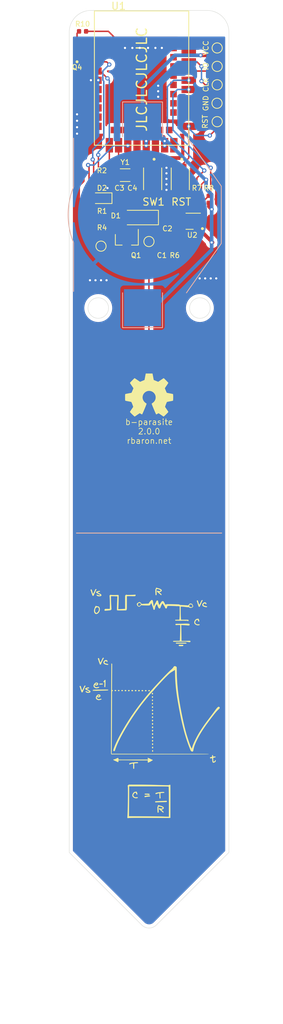
<source format=kicad_pcb>
(kicad_pcb (version 20211014) (generator pcbnew)
  (title_block (title "b-parasite") (date "2021-09-12") (rev "1.2.0") (company "rbaron.net"))
  (layers (0 "F.Cu" signal) (31 "B.Cu" signal) (34 "B.Paste" user) (35 "F.Paste" user) (36 "B.SilkS" user "B.Silkscreen") (37 "F.SilkS" user "F.Silkscreen") (38 "B.Mask" user) (39 "F.Mask" user) (44 "Edge.Cuts" user))
  (net 0 "")
  (net 1 "GND")
  (net 2 "SENS_OUT")
  (net 3 "Net-(C3-Pad2)")
  (net 4 "Net-(C4-Pad1)")
  (net 5 "Net-(D2-Pad2)")
  (net 6 "+3V0")
  (net 7 "CPARA")
  (net 8 "Net-(Q1-Pad2)")
  (net 9 "PHOTO_V")
  (net 10 "PHOTO_OUT")
  (net 11 "PWM")
  (net 12 "LED")
  (net 13 "SDA")
  (net 14 "SCL")
  (net 15 "RST")
  (net 16 "BTN1")
  (net 17 "SWDIO")
  (net 18 "SWDCLK")
  (footprint "Capacitor_SMD:C_0402_1005Metric" (layer "F.Cu") (at 69.762 59.069 -90)
    (fp_text reference "C1" (at 1.674 0) (layer "F.SilkS") (effects (font (size 0.7 0.7) (thickness 0.12))))
    (fp_text value "1n")
    (pad "1" smd roundrect locked (at -0.485 0 270) (size 0.59 0.64) (layers "F.Cu" "F.Paste" "F.Mask") (net 2 "SENS_OUT"))
    (pad "2" smd roundrect locked (at 0.485 0 270) (size 0.59 0.64) (layers "F.Cu" "F.Paste" "F.Mask") (net 1 "GND"))
  )
  (footprint "Resistor_SMD:R_0402_1005Metric" (layer "F.Cu") (at 71.54 59.069 -90)
    (fp_text reference "R6" (at 1.674 0) (layer "F.SilkS") (effects (font (size 0.7 0.7) (thickness 0.12))))
    (fp_text value "1M")
    (pad "1" smd roundrect locked (at -0.485 0 270) (size 0.59 0.64) (layers "F.Cu" "F.Paste" "F.Mask") (net 2 "SENS_OUT"))
    (pad "2" smd roundrect locked (at 0.485 0 270) (size 0.59 0.64) (layers "F.Cu" "F.Paste" "F.Mask") (net 1 "GND"))
  )
  (footprint "Resistor_SMD:R_0402_1005Metric" (layer "F.Cu") (at 61.53 57.822 180)
    (fp_text reference "R4" (at 0.015 0.9) (layer "F.SilkS") (effects (font (size 0.7 0.7) (thickness 0.12))))
    (fp_text value "10k")
    (pad "1" smd roundrect locked (at -0.485 0 180) (size 0.59 0.64) (layers "F.Cu" "F.Paste" "F.Mask") (net 8 "Net-(Q1-Pad2)"))
    (pad "2" smd roundrect locked (at 0.485 0 180) (size 0.59 0.64) (layers "F.Cu" "F.Paste" "F.Mask") (net 11 "PWM"))
  )
  (footprint "Package_TO_SOT_SMD:SOT-23" (layer "F.Cu") (at 64.936 58.568 -90)
    (fp_text reference "Q1" (at 2.175 -1.27) (layer "F.SilkS") (effects (font (size 0.7 0.7) (thickness 0.12))))
    (fp_text value "2N3906")
    (pad "1" smd rect locked (at -1 -0.95 270) (size 0.9 0.8) (layers "F.Cu" "F.Paste" "F.Mask") (net 7 "CPARA"))
    (pad "2" smd rect locked (at -1 0.95 270) (size 0.9 0.8) (layers "F.Cu" "F.Paste" "F.Mask") (net 8 "Net-(Q1-Pad2)"))
    (pad "3" smd rect locked (at 1 0 270) (size 0.9 0.8) (layers "F.Cu" "F.Paste" "F.Mask") (net 1 "GND"))
  )
  (footprint "Resistor_SMD:R_0402_1005Metric" (layer "F.Cu") (at 61.53 55.663)
    (fp_text reference "R1" (at 0 -1.016) (layer "F.SilkS") (effects (font (size 0.7 0.7) (thickness 0.12))))
    (fp_text value "10k")
    (pad "1" smd roundrect locked (at -0.485 0) (size 0.59 0.64) (layers "F.Cu" "F.Paste" "F.Mask") (net 11 "PWM"))
    (pad "2" smd roundrect locked (at 0.485 0) (size 0.59 0.64) (layers "F.Cu" "F.Paste" "F.Mask") (net 7 "CPARA"))
  )
  (footprint "TestPoint:TestPoint_Pad_D1.0mm" (layer "F.Cu") (at 77.382 34.708 -90)
    (fp_text reference "TP1" hide)
    (fp_text value "IO" (at 0 1.55 90) (layer "F.SilkS") (effects (font (size 0.7 0.7) (thickness 0.12))))
    (pad "1" smd circle locked (at 0 0 270) (size 1 1) (layers "F.Cu" "F.Mask") (net 17 "SWDIO"))
  )
  (footprint "TestPoint:TestPoint_Pad_D1.0mm" (layer "F.Cu") (at 77.382 37.248 -90)
    (fp_text reference "TP2" hide)
    (fp_text value "CLK" (at 0 1.55 90) (layer "F.SilkS") (effects (font (size 0.7 0.7) (thickness 0.12))))
    (pad "1" smd circle locked (at 0 0 270) (size 1 1) (layers "F.Cu" "F.Mask") (net 18 "SWDCLK"))
  )
  (footprint "TestPoint:TestPoint_Pad_D1.0mm" (layer "F.Cu") (at 67.984 58.838 180)
    (fp_text reference "TP5" hide)
    (fp_text value "CPARA" hide)
    (pad "1" smd circle locked (at 0 0 180) (size 1 1) (layers "F.Cu" "F.Mask") (net 7 "CPARA"))
  )
  (footprint "TestPoint:TestPoint_Pad_D1.0mm" (layer "F.Cu") (at 61.38 59.473 180)
    (fp_text reference "TP6" hide)
    (fp_text value "PWM" hide)
    (pad "1" smd circle locked (at 0 0 180) (size 1 1) (layers "F.Cu" "F.Mask") (net 11 "PWM"))
  )
  (footprint "Resistor_SMD:R_0402_1005Metric" (layer "F.Cu") (at 61.507 50.202 180)
    (fp_text reference "R2" (at 0 1.143 180) (layer "F.SilkS") (effects (font (size 0.7 0.7) (thickness 0.12))))
    (fp_text value "1k" hide)
    (pad "1" smd roundrect locked (at -0.485 0 180) (size 0.59 0.64) (layers "F.Cu" "F.Paste" "F.Mask") (net 5 "Net-(D2-Pad2)"))
    (pad "2" smd roundrect locked (at 0.485 0 180) (size 0.59 0.64) (layers "F.Cu" "F.Paste" "F.Mask") (net 12 "LED"))
  )
  (footprint "Capacitor_SMD:C_0402_1005Metric" (layer "F.Cu") (at 70.524 55.432 90)
    (fp_text reference "C2" (at -1.628 0) (layer "F.SilkS") (effects (font (size 0.7 0.7) (thickness 0.12))))
    (fp_text value "100n")
    (pad "1" smd roundrect locked (at -0.485 0 90) (size 0.59 0.64) (layers "F.Cu" "F.Paste" "F.Mask") (net 6 "+3V0"))
    (pad "2" smd roundrect locked (at 0.485 0 90) (size 0.59 0.64) (layers "F.Cu" "F.Paste" "F.Mask") (net 1 "GND"))
  )
  (footprint "Crystal:Crystal_SMD_3215-2Pin_3.2x1.5mm" (layer "F.Cu") (at 64.702 49.694)
    (fp_text reference "Y1" (at 0 -1.778) (layer "F.SilkS") (effects (font (size 0.7 0.7) (thickness 0.12))))
    (fp_text value "32.768kHz")
    (pad "1" smd rect locked (at 1.25 0) (size 1 1.8) (layers "F.Cu" "F.Paste" "F.Mask") (net 4 "Net-(C4-Pad1)"))
    (pad "2" smd rect locked (at -1.25 0) (size 1 1.8) (layers "F.Cu" "F.Paste" "F.Mask") (net 3 "Net-(C3-Pad2)"))
  )
  (footprint "LED_SMD:LED_0603_1608Metric" (layer "F.Cu") (at 61.4055 52.869 180)
    (fp_text reference "D2" (at -0.1015 1.397 180) (layer "F.SilkS") (effects (font (size 0.7 0.7) (thickness 0.12))))
    (fp_text value "LED")
    (pad "1" smd roundrect locked (at -0.7875 0 180) (size 0.875 0.95) (layers "F.Cu" "F.Paste" "F.Mask") (net 1 "GND"))
    (pad "2" smd roundrect locked (at 0.7875 0 180) (size 0.875 0.95) (layers "F.Cu" "F.Paste" "F.Mask") (net 5 "Net-(D2-Pad2)"))
  )
  (footprint "Capacitor_SMD:C_0402_1005Metric" (layer "F.Cu") (at 65.698 53.019 -90)
    (fp_text reference "C4" (at -1.547 0) (layer "F.SilkS") (effects (font (size 0.7 0.7) (thickness 0.12))))
    (fp_text value "12p")
    (pad "1" smd roundrect locked (at -0.485 0 270) (size 0.59 0.64) (layers "F.Cu" "F.Paste" "F.Mask") (net 4 "Net-(C4-Pad1)"))
    (pad "2" smd roundrect locked (at 0.485 0 270) (size 0.59 0.64) (layers "F.Cu" "F.Paste" "F.Mask") (net 1 "GND"))
  )
  (footprint "Capacitor_SMD:C_0402_1005Metric" (layer "F.Cu") (at 63.92 52.996 90)
    (fp_text reference "C3" (at 1.524 0) (layer "F.SilkS") (effects (font (size 0.7 0.7) (thickness 0.12))))
    (fp_text value "12p")
    (pad "1" smd roundrect locked (at -0.485 0 90) (size 0.59 0.64) (layers "F.Cu" "F.Paste" "F.Mask") (net 1 "GND"))
    (pad "2" smd roundrect locked (at 0.485 0 90) (size 0.59 0.64) (layers "F.Cu" "F.Paste" "F.Mask") (net 3 "Net-(C3-Pad2)"))
  )
  (footprint "Resistor_SMD:R_0402_1005Metric" (layer "F.Cu") (at 74.588 53.019 -90)
    (fp_text reference "R7" (at -1.547 0) (layer "F.SilkS") (effects (font (size 0.7 0.7) (thickness 0.12))))
    (fp_text value "10k")
    (pad "1" smd roundrect locked (at -0.485 0 270) (size 0.59 0.64) (layers "F.Cu" "F.Paste" "F.Mask") (net 13 "SDA"))
    (pad "2" smd roundrect locked (at 0.485 0 270) (size 0.59 0.64) (layers "F.Cu" "F.Paste" "F.Mask") (net 6 "+3V0"))
  )
  (footprint "Resistor_SMD:R_0402_1005Metric" (layer "F.Cu") (at 76.239 53.019 90)
    (fp_text reference "R8" (at 1.547 0) (layer "F.SilkS") (effects (font (size 0.7 0.7) (thickness 0.12))))
    (fp_text value "10k")
    (pad "1" smd roundrect locked (at -0.485 0 90) (size 0.59 0.64) (layers "F.Cu" "F.Paste" "F.Mask") (net 6 "+3V0"))
    (pad "2" smd roundrect locked (at 0.485 0 90) (size 0.59 0.64) (layers "F.Cu" "F.Paste" "F.Mask") (net 14 "SCL"))
  )
  (footprint "kicad:Sensirion_DFN-4-1EP_2x2mm_P1mm_EP0.7x1.6mm" (layer "F.Cu") (at 74.08 56.044 180)
    (fp_text reference "U2" (at 0.127 -1.905) (layer "F.SilkS") (effects (font (size 0.7 0.7) (thickness 0.12))))
    (fp_text value "SHTC3")
    (pad "1" smd roundrect locked (at -0.925 -0.5 180) (size 0.55 0.35) (layers "F.Cu" "F.Mask") (net 6 "+3V0"))
    (pad "2" smd roundrect locked (at -0.925 0.5 180) (size 0.55 0.35) (layers "F.Cu" "F.Mask") (net 14 "SCL"))
    (pad "3" smd roundrect locked (at 0.925 0.5 180) (size 0.55 0.35) (layers "F.Cu" "F.Mask") (net 13 "SDA"))
    (pad "4" smd roundrect locked (at 0.925 -0.5 180) (size 0.55 0.35) (layers "F.Cu" "F.Mask") (net 1 "GND"))
    (pad "5" smd roundrect locked (at 0 0 180) (size 0.7 1.6) (layers "F.Cu" "F.Mask"))
  )
  (footprint "Diode_SMD:D_MiniMELF" (layer "F.Cu") (at 66.742 55.536 180)
    (fp_text reference "D1" (at 3.33 0.254 180) (layer "F.SilkS") (effects (font (size 0.7 0.7) (thickness 0.12))))
    (fp_text value "LL4148")
    (pad "1" smd rect locked (at -1.75 0 180) (size 1.3 1.7) (layers "F.Cu" "F.Paste" "F.Mask") (net 2 "SENS_OUT"))
    (pad "2" smd rect locked (at 1.75 0 180) (size 1.3 1.7) (layers "F.Cu" "F.Paste" "F.Mask") (net 7 "CPARA"))
  )
  (footprint "Symbol:OSHW-Symbol_6.7x6mm_SilkScreen" (layer "F.Cu") (at 68 80)
    (fp_text reference "REF**" hide)
    (fp_text value "OSHW-Symbol_6.7x6mm_SilkScreen" hide)
  )
  (footprint "TestPoint:TestPoint_Pad_D1.0mm" (layer "F.Cu") (at 77.382 42.328 -90)
    (fp_text reference "TP4" hide)
    (fp_text value "RST" (at 0 1.66 90) (layer "F.SilkS") (effects (font (size 0.7 0.7) (thickness 0.12))))
    (pad "1" smd circle locked (at 0 0 270) (size 1 1) (layers "F.Cu" "F.Mask") (net 15 "RST"))
  )
  (footprint "snapeda:E73-2G4M08S1C" (layer "F.Cu") (at 66.968 36.57255)
    (fp_text reference "U1" (at -3.175 -10.16) (layer "F.SilkS"))
    (fp_text value "E73-2G4M08S1C")
    (pad "1" smd rect (at -6.5 -5.03) (size 2 1) (layers "F.Cu" "F.Paste" "F.Mask"))
    (pad "2" smd rect (at -6.5 -3.76) (size 2 1) (layers "F.Cu" "F.Paste" "F.Mask"))
    (pad "3" smd rect (at -6.5 -2.49) (size 2 1) (layers "F.Cu" "F.Paste" "F.Mask") (net 2 "SENS_OUT"))
    (pad "4" smd rect (at -6.5 -1.22) (size 2 1) (layers "F.Cu" "F.Paste" "F.Mask") (net 12 "LED"))
    (pad "5" smd rect (at -6.5 0.05) (size 2 1) (layers "F.Cu" "F.Paste" "F.Mask") (net 1 "GND"))
    (pad "6" smd rect (at -6.5 1.32) (size 2 1) (layers "F.Cu" "F.Paste" "F.Mask"))
    (pad "7" smd rect (at -6.5 2.59) (size 2 1) (layers "F.Cu" "F.Paste" "F.Mask") (net 10 "PHOTO_OUT"))
    (pad "8" smd rect (at -6.5 3.86) (size 2 1) (layers "F.Cu" "F.Paste" "F.Mask") (net 9 "PHOTO_V"))
    (pad "9" smd rect (at -6.5 5.13) (size 2 1) (layers "F.Cu" "F.Paste" "F.Mask"))
    (pad "10" smd rect (at -6.5 6.4) (size 2 1) (layers "F.Cu" "F.Paste" "F.Mask"))
    (pad "11" smd rect (at -4.44 9) (size 1 2) (layers "F.Cu" "F.Paste" "F.Mask") (net 3 "Net-(C3-Pad2)"))
    (pad "12" smd rect (at -3.81 6.9) (size 0.9 0.9) (layers "F.Cu" "F.Paste" "F.Mask"))
    (pad "13" smd rect (at -3.17 9) (size 1 2) (layers "F.Cu" "F.Paste" "F.Mask") (net 4 "Net-(C4-Pad1)"))
    (pad "14" smd rect (at -2.54 6.9) (size 0.9 0.9) (layers "F.Cu" "F.Paste" "F.Mask"))
    (pad "15" smd rect (at -1.9 9) (size 1 2) (layers "F.Cu" "F.Paste" "F.Mask") (net 11 "PWM"))
    (pad "16" smd rect (at -1.27 6.9) (size 0.9 0.9) (layers "F.Cu" "F.Paste" "F.Mask"))
    (pad "17" smd rect (at -0.63 9) (size 1 2) (layers "F.Cu" "F.Paste" "F.Mask") (net 16 "BTN1"))
    (pad "18" smd rect (at 0 6.9) (size 0.9 0.9) (layers "F.Cu" "F.Paste" "F.Mask"))
    (pad "19" smd rect (at 0.64 9) (size 1 2) (layers "F.Cu" "F.Paste" "F.Mask") (net 6 "+3V0"))
    (pad "20" smd rect (at 1.27 6.9) (size 0.9 0.9) (layers "F.Cu" "F.Paste" "F.Mask"))
    (pad "21" smd rect (at 1.91 9) (size 1 2) (layers "F.Cu" "F.Paste" "F.Mask") (net 1 "GND"))
    (pad "22" smd rect (at 2.54 6.9) (size 0.9 0.9) (layers "F.Cu" "F.Paste" "F.Mask"))
    (pad "23" smd rect (at 3.18 9) (size 1 2) (layers "F.Cu" "F.Paste" "F.Mask") (net 6 "+3V0"))
    (pad "24" smd rect (at 3.81 6.9) (size 0.9 0.9) (layers "F.Cu" "F.Paste" "F.Mask"))
    (pad "25" smd rect (at 4.45 9) (size 1 2) (layers "F.Cu" "F.Paste" "F.Mask"))
    (pad "26" smd rect (at 6.5 6.4) (size 2 1) (layers "F.Cu" "F.Paste" "F.Mask") (net 15 "RST"))
    (pad "27" smd rect (at 6.5 5.13) (size 2 1) (layers "F.Cu" "F.Paste" "F.Mask"))
    (pad "28" smd rect (at 4.4 4.495) (size 0.9 0.9) (layers "F.Cu" "F.Paste" "F.Mask"))
    (pad "29" smd rect (at 6.5 3.86) (size 2 1) (layers "F.Cu" "F.Paste" "F.Mask"))
    (pad "30" smd rect (at 4.4 3.225) (size 0.9 0.9) (layers "F.Cu" "F.Paste" "F.Mask"))
    (pad "31" smd rect (at 6.5 2.59) (size 2 1) (layers "F.Cu" "F.Paste" "F.Mask"))
    (pad "32" smd rect (at 4.4 1.955) (size 0.9 0.9) (layers "F.Cu" "F.Paste" "F.Mask"))
    (pad "33" smd rect (at 6.5 1.32) (size 2 1) (layers "F.Cu" "F.Paste" "F.Mask") (net 14 "SCL"))
    (pad "34" smd rect (at 4.4 0.685) (size 0.9 0.9) (layers "F.Cu" "F.Paste" "F.Mask"))
    (pad "35" smd rect (at 6.5 0.05) (size 2 1) (layers "F.Cu" "F.Paste" "F.Mask") (net 13 "SDA"))
    (pad "36" smd rect (at 4.4 -0.585) (size 0.9 0.9) (layers "F.Cu" "F.Paste" "F.Mask"))
    (pad "37" smd rect (at 6.5 -1.22) (size 2 1) (layers "F.Cu" "F.Paste" "F.Mask") (net 17 "SWDIO"))
    (pad "38" smd rect (at 4.4 -1.855) (size 0.9 0.9) (layers "F.Cu" "F.Paste" "F.Mask"))
    (pad "39" smd rect (at 6.5 -2.49) (size 2 1) (layers "F.Cu" "F.Paste" "F.Mask") (net 18 "SWDCLK"))
    (pad "40" smd rect (at 4.4 -3.125) (size 0.9 0.9) (layers "F.Cu" "F.Paste" "F.Mask"))
    (pad "41" smd rect (at 6.5 -3.76) (size 2 1) (layers "F.Cu" "F.Paste" "F.Mask"))
    (pad "42" smd rect (at 4.4 -4.395) (size 0.9 0.9) (layers "F.Cu" "F.Paste" "F.Mask"))
    (pad "43" smd rect (at 6.5 -5.03) (size 2 1) (layers "F.Cu" "F.Paste" "F.Mask"))
  )
  (footprint "Resistor_SMD:R_0402_1005Metric" (layer "F.Cu") (at 58.84 29.882 180)
    (fp_text reference "R10" (at 0 1.016) (layer "F.SilkS") (effects (font (size 0.7 0.7) (thickness 0.12))))
    (fp_text value "470")
    (pad "1" smd roundrect locked (at -0.485 0 180) (size 0.59 0.64) (layers "F.Cu" "F.Paste" "F.Mask") (net 1 "GND"))
    (pad "2" smd roundrect locked (at 0.485 0 180) (size 0.59 0.64) (layers "F.Cu" "F.Paste" "F.Mask") (net 10 "PHOTO_OUT"))
  )
  (footprint "snapeda:TR8" (layer "F.Cu") (at 58.078 32.676 90)
    (fp_text reference "Q4" (at -2.159 0 180) (layer "F.SilkS") (effects (font (size 0.7 0.7) (thickness 0.12))))
    (fp_text value "Q_Photo_NPN")
    (pad "1" smd rect (at -0.75 0 90) (size 0.8 0.8) (layers "F.Cu" "F.Paste" "F.Mask") (net 9 "PHOTO_V"))
    (pad "2" smd rect (at 0.75 0 90) (size 0.8 0.8) (layers "F.Cu" "F.Paste" "F.Mask") (net 10 "PHOTO_OUT"))
  )
  (footprint "TestPoint:TestPoint_Pad_D1.0mm" (layer "F.Cu") (at 77.382 32.168 -90)
    (fp_text reference "TP7" hide)
    (fp_text value "VCC" (at 0 1.55 90) (layer "F.SilkS") (effects (font (size 0.7 0.7) (thickness 0.12))))
    (pad "1" smd circle locked (at 0 0 270) (size 1 1) (layers "F.Cu" "F.Mask") (net 6 "+3V0"))
  )
  (footprint "snapeda:SW_B3U-1000P" (layer "F.Cu") (at 68.492 50.202 -90)
    (fp_text reference "SW1" (at 3.175 -0.127) (layer "F.SilkS"))
    (fp_text value "B3U-1000P")
    (pad "1" smd rect locked (at -1.7 0) (size 1.7 0.8) (layers "F.Cu" "F.Paste" "F.Mask") (net 16 "BTN1"))
    (pad "2" smd rect locked (at 1.7 0) (size 1.7 0.8) (layers "F.Cu" "F.Paste" "F.Mask") (net 1 "GND"))
  )
  (footprint "drawing:circuit_drawing" (layer "F.Cu") (at 67.984 122.211)
    (fp_text reference "G***" hide)
    (fp_text value "LOGO" hide)
  )
  (footprint "snapeda:SW_B3U-1000P" (layer "F.Cu") (at 72.302 50.202 -90)
    (fp_text reference "RST" (at 3.175 -0.127) (layer "F.SilkS"))
    (fp_text value "B3U-1000P")
    (pad "1" smd rect locked (at -1.7 0) (size 1.7 0.8) (layers "F.Cu" "F.Paste" "F.Mask") (net 15 "RST"))
    (pad "2" smd rect locked (at 1.7 0) (size 1.7 0.8) (layers "F.Cu" "F.Paste" "F.Mask") (net 1 "GND"))
  )
  (footprint "TestPoint:TestPoint_Pad_D1.0mm" (layer "F.Cu") (at 77.362 39.788 -90)
    (fp_text reference "TP3" hide)
    (fp_text value "GND" (at 0 1.55 90) (layer "F.SilkS") (effects (font (size 0.7 0.7) (thickness 0.12))))
    (pad "1" smd circle locked (at 0 0 270) (size 1 1) (layers "F.Cu" "F.Mask") (net 1 "GND"))
  )
  (footprint "kicad:BatteryHolder_Keystone_3002_1x2032" (layer "B.Cu") (at 67.1 55.155 -90)
    (fp_text reference "BT1" hide)
    (fp_text value "Battery_Cell")
    (pad "1" smd rect locked (at -12.8 0 270) (size 5.1 5.1) (layers "B.Cu" "B.Paste" "B.Mask") (net 6 "+3V0"))
    (pad "1" smd rect locked (at 12.8 0 270) (size 5.1 5.1) (layers "B.Cu" "B.Paste" "B.Mask") (net 6 "+3V0"))
    (pad "2" smd circle locked (at 0 0 270) (size 17.8 17.8) (layers "B.Cu" "B.Mask") (net 1 "GND"))
  )
  (gr_line (start 58 99) (end 78 99) (layer "B.SilkS") (width 0.12))
  (gr_line (start 58 99) (end 78 99) (layer "F.SilkS") (width 0.12))
  (gr_circle (center 75.35 57.06) (end 75.45 57.06) (layer "F.SilkS") (width 0.2) (fill solid))
  (gr_line (start 60 27) (end 76 27) (layer "Edge.Cuts") (width 0.05))
  (gr_arc (start 68.999999 152.999999) (mid 68 153.414212) (end 67.000001 152.999999) (layer "Edge.Cuts") (width 0.05))
  (gr_line (start 67.000001 152.999999) (end 57 143) (layer "Edge.Cuts") (width 0.05))
  (gr_line (start 68.999999 152.999999) (end 79 143) (layer "Edge.Cuts") (width 0.05))
  (gr_line (start 57 30) (end 57 143) (layer "Edge.Cuts") (width 0.05))
  (gr_line (start 79 143) (end 79 30) (layer "Edge.Cuts") (width 0.05))
  (gr_circle (center 75 68) (end 76 69) (layer "Edge.Cuts") (width 0.05) (fill none))
  (gr_arc (start 57 30) (mid 57.87868 27.87868) (end 60 27) (layer "Edge.Cuts") (width 0.05))
  (gr_circle (center 61 68) (end 62 67) (layer "Edge.Cuts") (width 0.05) (fill none))
  (gr_arc (start 76 27) (mid 78.12132 27.87868) (end 79 30) (layer "Edge.Cuts") (width 0.05))
  (gr_text "b-parasite\n2.0.0\nrbaron.net" (at 68 85) (layer "F.SilkS") (effects (font (size 0.8 0.8) (thickness 0.1))))
  (gr_text "JLCJLCJLCJLC" (at 67 36.5 90) (layer "F.SilkS") (effects (font (size 1.4 1.4) (thickness 0.2))))
  (segment (start 70.397 48.220572) (end 70.397 48.678) (width 0.5) (layer "F.Cu") (net 1))
  (segment (start 73.155 56.544) (end 72.421 56.544) (width 0.5) (layer "F.Cu") (net 1))
  (segment (start 62.193 53.047) (end 62.193 52.869) (width 0.5) (layer "F.Cu") (net 1))
  (segment (start 63.92 53.481) (end 65.675 53.481) (width 0.5) (layer "F.Cu") (net 1))
  (segment (start 62.65 53.504) (end 62.193 53.047) (width 0.5) (layer "F.Cu") (net 1))
  (segment (start 72.421 56.544) (end 70.905 55.028) (width 0.5) (layer "F.Cu") (net 1))
  (segment (start 68.878 45.57255) (end 68.878 46.701572) (width 0.5) (layer "F.Cu") (net 1))
  (segment (start 68.878 46.701572) (end 70.397 48.220572) (width 0.5) (layer "F.Cu") (net 1))
  (segment (start 59.325 29.882) (end 62.396 29.882) (width 0.2) (layer "F.Cu") (net 1))
  (segment (start 63.92 53.481) (end 62.673 53.481) (width 0.5) (layer "F.Cu") (net 1))
  (segment (start 62.673 53.481) (end 62.65 53.504) (width 0.5) (layer "F.Cu") (net 1))
  (segment (start 62.396 29.882) (end 64.682 32.168) (width 0.2) (layer "F.Cu") (net 1))
  (segment (start 65.675 53.481) (end 65.698 53.504) (width 0.2) (layer "F.Cu") (net 1))
  (via (at 60.999 36.613) (size 0.6) (drill 0.3) (layers "F.Cu" "B.Cu") (net 1))
  (via (at 74.969 63.918) (size 0.6) (drill 0.3) (layers "F.Cu" "B.Cu") (net 1))
  (via (at 75.731 63.918) (size 0.6) (drill 0.3) (layers "F.Cu" "B.Cu") (net 1))
  (via (at 60.618 64.172) (size 0.6) (drill 0.3) (layers "F.Cu" "B.Cu") (net 1))
  (via (at 58.078 42.201) (size 0.6) (drill 0.3) (layers "F.Cu" "B.Cu") (net 1))
  (via (at 77.255 63.918) (size 0.6) (drill 0.3) (layers "F.Cu" "B.Cu") (net 1))
  (via (at 64.682 32.168) (size 0.6) (drill 0.3) (layers "F.Cu" "B.Cu") (net 1))
  (via (at 62.269 51.472) (size 0.6) (drill 0.3) (layers "F.Cu" "B.Cu") (net 1))
  (via (at 58.078 43.979) (size 0.6) (drill 0.3) (layers "F.Cu" "B.Cu") (net 1))
  (via (at 70.397 51.726) (size 0.6) (drill 0.3) (layers "F.Cu" "B.Cu") (net 1))
  (via (at 59.983 36.613) (size 0.6) (drill 0.3) (layers "F.Cu" "B.Cu") (net 1))
  (via (at 69.254 38.899) (size 0.6) (drill 0.3) (layers "F.Cu" "B.Cu") (net 1))
  (via (at 76.493 63.918) (size 0.6) (drill 0.3) (layers "F.Cu" "B.Cu") (net 1))
  (via (at 58.078 41.312) (size 0.6) (drill 0.3) (layers "F.Cu" "B.Cu") (net 1))
  (via (at 59.856 64.172) (size 0.6) (drill 0.3) (layers "F.Cu" "B.Cu") (net 1))
  (via (at 70.397 48.678) (size 0.6) (drill 0.3) (layers "F.Cu" "B.Cu") (net 1))
  (via (at 61.38 64.172) (size 0.6) (drill 0.3) (layers "F.Cu" "B.Cu") (net 1))
  (via (at 67.857 32.168) (size 0.6) (drill 0.3) (layers "F.Cu" "B.Cu") (net 1))
  (via (at 68.873 32.168) (size 0.6) (drill 0.3) (layers "F.Cu" "B.Cu") (net 1))
  (via (at 66.714 32.168) (size 0.6) (drill 0.3) (layers "F.Cu" "B.Cu") (net 1))
  (via (at 70.397 50.202) (size 0.6) (drill 0.3) (layers "F.Cu" "B.Cu") (net 1))
  (via (at 65.698 32.168) (size 0.6) (drill 0.3) (layers "F.Cu" "B.Cu") (net 1))
  (via (at 69.254 37.375) (size 0.6) (drill 0.3) (layers "F.Cu" "B.Cu") (net 1))
  (via (at 62.142 64.172) (size 0.6) (drill 0.3) (layers "F.Cu" "B.Cu") (net 1))
  (via (at 70.397 49.44) (size 0.6) (drill 0.3) (layers "F.Cu" "B.Cu") (net 1))
  (via (at 69.762 32.168) (size 0.6) (drill 0.3) (layers "F.Cu" "B.Cu") (net 1))
  (via (at 70.397 50.964) (size 0.6) (drill 0.3) (layers "F.Cu" "B.Cu") (net 1))
  (via (at 58.078 43.09) (size 0.6) (drill 0.3) (layers "F.Cu" "B.Cu") (net 1))
  (via (at 69.254 38.137) (size 0.6) (drill 0.3) (layers "F.Cu" "B.Cu") (net 1))
  (segment (start 68.492 57.314) (end 69.762 58.584) (width 0.2) (layer "F.Cu") (net 2))
  (segment (start 59.602 51.853) (end 60.364 51.091) (width 0.2) (layer "F.Cu") (net 2))
  (segment (start 66.968 55.536) (end 65.53052 54.09852) (width 0.2) (layer "F.Cu") (net 2))
  (segment (start 60.364 51.091) (end 60.364 47.662) (width 0.2) (layer "F.Cu") (net 2))
  (segment (start 59.602 53.631) (end 59.602 51.853) (width 0.2) (layer "F.Cu") (net 2))
  (segment (start 68.492 55.536) (end 68.492 57.314) (width 0.2) (layer "F.Cu") (net 2))
  (segment (start 65.53052 54.09852) (end 60.06952 54.09852) (width 0.2) (layer "F.Cu") (net 2))
  (segment (start 60.364 47.662) (end 60.237 47.535) (width 0.2) (layer "F.Cu") (net 2))
  (segment (start 62.15155 34.08255) (end 60.468 34.08255) (width 0.2) (layer "F.Cu") (net 2))
  (segment (start 69.762 58.584) (end 71.286 58.584) (width 0.2) (layer "F.Cu") (net 2))
  (segment (start 68.492 55.536) (end 66.968 55.536) (width 0.2) (layer "F.Cu") (net 2))
  (segment (start 62.523 34.454) (end 62.15155 34.08255) (width 0.2) (layer "F.Cu") (net 2))
  (segment (start 60.06952 54.09852) (end 59.602 53.631) (width 0.2) (layer "F.Cu") (net 2))
  (via (at 60.237 47.535) (size 0.6) (drill 0.3) (layers "F.Cu" "B.Cu") (net 2))
  (via (at 62.523 34.454) (size 0.6) (drill 0.3) (layers "F.Cu" "B.Cu") (net 2))
  (segment (start 61.634 36.613) (end 61.634 35.343) (width 0.2) (layer "B.Cu") (net 2))
  (segment (start 61.761 44.614) (end 61.761 36.74) (width 0.2) (layer "B.Cu") (net 2))
  (segment (start 60.237 46.138) (end 61.761 44.614) (width 0.2) (layer "B.Cu") (net 2))
  (segment (start 61.634 35.343) (end 62.523 34.454) (width 0.2) (layer "B.Cu") (net 2))
  (segment (start 61.761 36.74) (end 61.634 36.613) (width 0.2) (layer "B.Cu") (net 2))
  (segment (start 60.237 47.535) (end 60.237 46.138) (width 0.2) (layer "B.Cu") (net 2))
  (segment (start 62.528 48.77) (end 62.528 45.57255) (width 0.2) (layer "F.Cu") (net 3))
  (segment (start 63.452 52.043) (end 63.92 52.511) (width 0.2) (layer "F.Cu") (net 3))
  (segment (start 63.452 49.694) (end 63.452 52.043) (width 0.2) (layer "F.Cu") (net 3))
  (segment (start 63.452 49.694) (end 62.528 48.77) (width 0.2) (layer "F.Cu") (net 3))
  (segment (start 65.952 49.694) (end 63.798 47.54) (width 0.2) (layer "F.Cu") (net 4))
  (segment (start 63.798 47.54) (end 63.798 45.57255) (width 0.2) (layer "F.Cu") (net 4))
  (segment (start 65.952 49.694) (end 65.952 52.28) (width 0.2) (layer "F.Cu") (net 4))
  (segment (start 65.952 52.28) (end 65.698 52.534) (width 0.2) (layer "F.Cu") (net 4))
  (segment (start 60.618 51.576) (end 61.992 50.202) (width 0.2) (layer "F.Cu") (net 5))
  (segment (start 60.618 52.869) (end 60.618 51.576) (width 0.2) (layer "F.Cu") (net 5))
  (segment (start 75.35 57.568) (end 75.096 57.568) (width 0.5) (layer "F.Cu") (net 6))
  (segment (start 74.588 53.504) (end 75.20752 52.88448) (width 0.2) (layer "F.Cu") (net 6))
  (segment (start 71.794 57.187) (end 71.794 57.568) (width 0.5) (layer "F.Cu") (net 6))
  (segment (start 71.794 57.568) (end 74.239204 57.568) (width 0.5) (layer "F.Cu") (net 6))
  (segment (start 75.096 57.568) (end 75.096 56.635) (width 0.5) (layer "F.Cu") (net 6))
  (segment (start 67.603 44.37755) (end 67.603 44.995) (width 0.2) (layer "F.Cu") (net 6))
  (segment (start 70.148 44.37255) (end 70.048489 44.273039) (width 0.2) (layer "F.Cu") (net 6))
  (segment (start 70.148 45.57255) (end 70.148 44.37255) (width 0.2) (layer "F.Cu") (net 6))
  (segment (start 76.239 54.012) (end 76.62 54.393) (width 0.5) (layer "F.Cu") (net 6))
  (segment (start 75.20752 52.88448) (end 75.20752 50.97948) (width 0.2) (layer "F.Cu") (net 6))
  (segment (start 76.747 58.965) (end 75.35 57.568) (width 0.5) (layer "F.Cu") (net 6))
  (segment (start 76.366 33.184) (end 77.382 32.168) (width 0.5) (layer "F.Cu") (net 6))
  (segment (start 75.096 57.568) (end 74.239204 57.568) (width 0.5) (layer "F.Cu") (net 6))
  (segment (start 70.524 55.917) (end 71.794 57.187) (width 0.5) (layer "F.Cu") (net 6))
  (segment (start 70.048489 44.273039) (end 67.707511 44.273039) (width 0.2) (layer "F.Cu") (net 6))
  (segment (start 75.20752 50.97948) (end 75.858 50.329) (width 0.2) (layer "F.Cu") (net 6))
  (segment (start 67.707511 44.273039) (end 67.603 44.37755) (width 0.2) (layer "F.Cu") (net 6))
  (segment (start 76.239 53.504) (end 76.239 54.012) (width 0.5) (layer "F.Cu") (net 6))
  (segment (start 76.62 58.965) (end 76.747 58.965) (width 0.5) (layer "F.Cu") (net 6))
  (segment (start 75.096 33.184) (end 76.366 33.184) (width 0.5) (layer "F.Cu") (net 6))
  (via (at 67.603 45.63) (size 0.6) (drill 0.3) (layers "F.Cu" "B.Cu") (net 6))
  (via (at 75.096 33.184) (size 0.6) (drill 0.3) (layers "F.Cu" "B.Cu") (net 6))
  (via (at 67.603 44.995) (size 0.6) (drill 0.3) (layers "F.Cu" "B.Cu") (net 6))
  (via (at 75.858 50.329) (size 0.6) (drill 0.3) (layers "F.Cu" "B.Cu") (net 6))
  (via (at 76.62 58.965) (size 0.6) (drill 0.3) (layers "F.Cu" "B.Cu") (net 6))
  (via (at 70.148 44.995) (size 0.6) (drill 0.3) (layers "F.Cu" "B.Cu") (net 6))
  (via (at 70.143 45.63) (size 0.6) (drill 0.3) (layers "F.Cu" "B.Cu") (net 6))
  (via (at 76.62 54.393) (size 0.6) (drill 0.3) (layers "F.Cu" "B.Cu") (net 6))
  (segment (start 76.62 52.361) (end 76.62 53.631) (width 0.5) (layer "B.Cu") (net 6))
  (segment (start 67.522206 42.1) (end 70.216603 44.794397) (width 0.5) (layer "B.Cu") (net 6))
  (segment (start 70.143 45.57755) (end 70.148 45.57255) (width 0.5) (layer "B.Cu") (net 6))
  (segment (start 76.62 59.981) (end 76.62 58.965) (width 0.5) (layer "B.Cu") (net 6))
  (segment (start 70.216603 44.794397) (end 75.751206 50.329) (width 0.5) (layer "B.Cu") (net 6))
  (segment (start 70.148 45.148) (end 67.1 42.1) (width 0.5) (layer "B.Cu") (net 6))
  (segment (start 72.048 64.553) (end 76.62 59.981) (width 0.5) (layer "B.Cu") (net 6))
  (segment (start 67.1 42.1) (end 67.522206 42.1) (width 0.5) (layer "B.Cu") (net 6))
  (segment (start 71.54 33.184) (end 75.096 33.184) (width 0.5) (layer "B.Cu") (net 6))
  (segment (start 67.1 42.1) (end 67.1 37.624) (width 0.5) (layer "B.Cu") (net 6))
  (segment (start 67.603 44.995) (end 67.603 42.603) (width 0.5) (layer "B.Cu") (net 6))
  (segment (start 76.62 53.631) (end 76.62 58.965) (width 0.5) (layer "B.Cu") (net 6))
  (segment (start 68.901 67.7) (end 72.048 64.553) (width 0.5) (layer "B.Cu") (net 6))
  (segment (start 75.751206 50.329) (end 75.858 50.329) (width 0.5) (layer "B.Cu") (net 6))
  (segment (start 67.603 45.63) (end 67.603 44.995) (width 0.5) (layer "B.Cu") (net 6))
  (segment (start 70.148 45.57255) (end 70.148 45.148) (width 0.5) (layer "B.Cu") (net 6))
  (segment (start 67.603 42.603) (end 67.1 42.1) (width 0.5) (layer "B.Cu") (net 6))
  (segment (start 75.858 50.329) (end 75.858 51.599) (width 0.5) (layer "B.Cu") (net 6))
  (segment (start 75.858 51.599) (end 76.62 52.361) (width 0.5) (layer "B.Cu") (net 6))
  (segment (start 67.1 37.624) (end 71.54 33.184) (width 0.5) (layer "B.Cu") (net 6))
  (segment (start 62.65 85.381) (end 67.984 90.715) (width 0.2) (layer "F.Cu") (net 7))
  (segment (start 67.984 101.984) (end 68 102) (width 0.2) (layer "F.Cu") (net 7))
  (segment (start 68 102) (end 68 142) (width 10) (layer "F.Cu") (net 7))
  (segment (start 67.984 58.838) (end 67.984 74.078) (width 0.2) (layer "F.Cu") (net 7))
  (segment (start 62.015 55.663) (end 62.142 55.536) (width 0.2) (layer "F.Cu") (net 7))
  (segment (start 65.886 57.568) (end 66.714 57.568) (width 0.2) (layer "F.Cu") (net 7))
  (segment (start 64.992 56.674) (end 65.886 57.568) (width 0.2) (layer "F.Cu") (net 7))
  (segment (start 67.984 90.715) (end 67.984 101.984) (width 0.2) (layer "F.Cu") (net 7))
  (segment (start 62.142 55.536) (end 64.992 55.536) (width 0.2) (layer "F.Cu") (net 7))
  (segment (start 64.992 55.536) (end 64.992 56.674) (width 0.2) (layer "F.Cu") (net 7))
  (segment (start 62.65 79.412) (end 62.65 85.381) (width 0.2) (layer "F.Cu") (net 7))
  (segment (start 66.714 57.568) (end 67.984 58.838) (width 0.2) (layer "F.Cu") (net 7))
  (segment (start 67.984 74.078) (end 62.65 79.412) (width 0.2) (layer "F.Cu") (net 7))
  (segment (start 62.015 57.822) (end 62.269 57.568) (width 0.2) (layer "F.Cu") (net 8))
  (segment (start 62.269 57.568) (end 63.986 57.568) (width 0.2) (layer "F.Cu") (net 8))
  (segment (start 58.677511 39.244511) (end 57.951 38.518) (width 0.2) (layer "F.Cu") (net 9))
  (segment (start 57.697 38.264) (end 57.697 33.565) (width 0.2) (layer "F.Cu") (net 9))
  (segment (start 59.268 40.43255) (end 58.677511 39.842061) (width 0.2) (layer "F.Cu") (net 9))
  (segment (start 58.677511 39.842061) (end 58.677511 39.244511) (width 0.2) (layer "F.Cu") (net 9))
  (segment (start 60.468 40.43255) (end 59.268 40.43255) (width 0.2) (layer "F.Cu") (net 9))
  (segment (start 57.951 38.518) (end 57.697 38.264) (width 0.2) (layer "F.Cu") (net 9))
  (segment (start 58.078 31.926) (end 58.078 30.159) (width 0.2) (layer "F.Cu") (net 10))
  (segment (start 58.332 34.708) (end 58.777511 34.262489) (width 0.2) (layer "F.Cu") (net 10))
  (segment (start 58.777511 34.262489) (end 58.777511 32.625511) (width 0.2) (layer "F.Cu") (net 10))
  (segment (start 58.777511 32.625511) (end 58.078 31.926) (width 0.2) (layer "F.Cu") (net 10))
  (segment (start 60.468 39.16255) (end 59.268 39.16255) (width 0.2) (layer "F.Cu") (net 10))
  (segment (start 58.332 38.22655) (end 58.332 34.708) (width 0.2) (layer "F.Cu") (net 10))
  (segment (start 59.268 39.16255) (end 58.332 38.22655) (width 0.2) (layer "F.Cu") (net 10))
  (segment (start 58.078 30.159) (end 58.355 29.882) (width 0.2) (layer "F.Cu") (net 10))
  (segment (start 59.729 50.837) (end 59.729 48.424) (width 0.2) (layer "F.Cu") (net 11))
  (segment (start 60.745 55.663) (end 59.094 54.012) (width 0.2) (layer "F.Cu") (net 11))
  (segment (start 59.729 48.424) (end 59.602 48.297) (width 0.2) (layer "F.Cu") (net 11))
  (segment (start 61.38 59.473) (end 60.872 58.965) (width 0.2) (layer "F.Cu") (net 11))
  (segment (start 61.045 57.822) (end 61.045 55.663) (width 0.2) (layer "F.Cu") (net 11))
  (segment (start 61.045 55.663) (end 60.745 55.663) (width 0.2) (layer "F.Cu") (net 11))
  (segment (start 60.872 58.965) (end 60.872 57.995) (width 0.2) (layer "F.Cu") (net 11))
  (segment (start 60.872 57.995) (end 61.045 57.822) (width 0.2) (layer "F.Cu") (net 11))
  (segment (start 59.094 51.472) (end 59.729 50.837) (width 0.2) (layer "F.Cu") (net 11))
  (segment (start 59.094 54.012) (end 59.094 51.472) (width 0.2) (layer "F.Cu") (net 11))
  (via (at 65.063 45.63) (size 0.6) (drill 0.3) (layers "F.Cu" "B.Cu") (net 11))
  (via (at 59.602 48.297) (size 0.6) (drill 0.3) (layers "F.Cu" "B.Cu") (net 11))
  (segment (start 63.116838 45.63) (end 65.063 45.63) (width 0.2) (layer "B.Cu") (net 11))
  (segment (start 60.449838 48.297) (end 63.116838 45.63) (width 0.2) (layer "B.Cu") (net 11))
  (segment (start 59.602 48.297) (end 60.449838 48.297) (width 0.2) (layer "B.Cu") (net 11))
  (segment (start 61.26255 35.35255) (end 62.269 36.359) (width 0.2) (layer "F.Cu") (net 12))
  (segment (start 61.022 50.202) (end 61.022 46.923) (width 0.2) (layer "F.Cu") (net 12))
  (segment (start 61.022 46.923) (end 60.999 46.9) (width 0.2) (layer "F.Cu") (net 12))
  (segment (start 60.468 35.35255) (end 61.26255 35.35255) (width 0.2) (layer "F.Cu") (net 12))
  (via (at 60.999 46.9) (size 0.6) (drill 0.3) (layers "F.Cu" "B.Cu") (net 12))
  (via (at 62.269 36.359) (size 0.6) (drill 0.3) (layers "F.Cu" "B.Cu") (net 12))
  (segment (start 60.999 46.519) (end 62.523 44.995) (width 0.2) (layer "B.Cu") (net 12))
  (segment (start 60.999 46.9) (end 60.999 46.519) (width 0.2) (layer "B.Cu") (net 12))
  (segment (start 62.523 36.613) (end 62.269 36.359) (width 0.2) (layer "B.Cu") (net 12))
  (segment (start 62.523 44.995) (end 62.523 36.613) (width 0.2) (layer "B.Cu") (net 12))
  (segment (start 73.155 53.967) (end 73.155 55.544) (width 0.2) (layer "F.Cu") (net 13))
  (segment (start 74.588 50.075) (end 75.604 49.059) (width 0.2) (layer "F.Cu") (net 13))
  (segment (start 74.588 52.534) (end 74.588 50.075) (width 0.2) (layer "F.Cu") (net 13))
  (segment (start 74.588 52.534) (end 73.155 53.967) (width 0.2) (layer "F.Cu") (net 13))
  (via (at 75.604 49.059) (size 0.6) (drill 0.3) (layers "F.Cu" "B.Cu") (net 13))
  (via (at 73.468 36.62255) (size 0.6) (drill 0.3) (layers "F.Cu" "B.Cu") (net 13))
  (segment (start 70.524 37.502) (end 71.40345 36.62255) (width 0.2) (layer "B.Cu") (net 13))
  (segment (start 71.40345 36.62255) (end 73.468 36.62255) (width 0.2) (layer "B.Cu") (net 13))
  (segment (start 75.604 49.059) (end 70.524 43.979) (width 0.2) (layer "B.Cu") (net 13))
  (segment (start 70.524 43.979) (end 70.524 37.502) (width 0.2) (layer "B.Cu") (net 13))
  (segment (start 76.239 52.534) (end 76.493 52.28) (width 0.2) (layer "F.Cu") (net 14))
  (segment (start 75.61948 53.15352) (end 75.61948 54.92952) (width 0.2) (layer "F.Cu") (net 14))
  (segment (start 76.239 52.534) (end 75.61948 53.15352) (width 0.2) (layer "F.Cu") (net 14))
  (segment (start 75.61948 54.92952) (end 75.005 55.544) (width 0.2) (layer "F.Cu") (net 14))
  (segment (start 76.493 52.28) (end 76.493 48.678) (width 0.2) (layer "F.Cu") (net 14))
  (via (at 73.468 37.89255) (size 0.6) (drill 0.3) (layers "F.Cu" "B.Cu") (net 14))
  (via (at 76.493 48.678) (size 0.6) (drill 0.3) (layers "F.Cu" "B.Cu") (net 14))
  (segment (start 71.286 43.471) (end 71.286 38.518) (width 0.2) (layer "B.Cu") (net 14))
  (segment (start 71.286 38.518) (end 71.91145 37.89255) (width 0.2) (layer "B.Cu") (net 14))
  (segment (start 76.493 48.678) (end 71.286 43.471) (width 0.2) (layer "B.Cu") (net 14))
  (segment (start 71.91145 37.89255) (end 73.468 37.89255) (width 0.2) (layer "B.Cu") (net 14))
  (segment (start 77.382 42.328) (end 77.382 43.217) (width 0.2) (layer "F.Cu") (net 15))
  (segment (start 77.382 43.217) (end 76.366 44.233) (width 0.2) (layer "F.Cu") (net 15))
  (segment (start 73.468 47.336) (end 72.302 48.502) (width 0.2) (layer "F.Cu") (net 15))
  (segment (start 73.468 42.97255) (end 73.468 47.336) (width 0.2) (layer "F.Cu") (net 15))
  (via (at 73.468 42.97255) (size 0.6) (drill 0.3) (layers "F.Cu" "B.Cu") (net 15))
  (via (at 76.366 44.233) (size 0.6) (drill 0.3) (layers "F.Cu" "B.Cu") (net 15))
  (segment (start 74.461 44.233) (end 76.366 44.233) (width 0.2) (layer "B.Cu") (net 15))
  (segment (start 73.468 43.24) (end 74.461 44.233) (width 0.2) (layer "B.Cu") (net 15))
  (segment (start 73.468 42.97255) (end 73.468 43.24) (width 0.2) (layer "B.Cu") (net 15))
  (segment (start 66.338 46.798) (end 66.338 45.57255) (width 0.2) (layer "F.Cu") (net 16))
  (segment (start 68.042 48.502) (end 66.338 46.798) (width 0.2) (layer "F.Cu") (net 16))
  (segment (start 68.492 48.502) (end 68.042 48.502) (width 0.2) (layer "F.Cu") (net 16))
  (segment (start 76.73745 35.35255) (end 73.468 35.35255) (width 0.2) (layer "F.Cu") (net 17))
  (segment (start 77.382 34.708) (end 76.73745 35.35255) (width 0.2) (layer "F.Cu") (net 17))
  (segment (start 74.59755 34.08255) (end 73.468 34.08255) (width 0.2) (layer "F.Cu") (net 18))
  (segment (start 75.223 34.708) (end 74.59755 34.08255) (width 0.2) (layer "F.Cu") (net 18))
  (segment (start 75.731 37.248) (end 75.223 36.74) (width 0.2) (layer "F.Cu") (net 18))
  (segment (start 77.382 37.248) (end 75.731 37.248) (width 0.2) (layer "F.Cu") (net 18))
  (via (at 75.223 36.74) (size 0.6) (drill 0.3) (layers "F.Cu" "B.Cu") (net 18))
  (via (at 75.223 34.708) (size 0.6) (drill 0.3) (layers "F.Cu" "B.Cu") (net 18))
  (segment (start 75.223 36.74) (end 75.223 34.708) (width 0.2) (layer "B.Cu") (net 18))
  (zone (net 1) (net_name "GND") (layer "F.Cu") (connect_pads (clearance 0.508)) (min_thickness 0.254) (fill yes (thermal_gap 0.508) (thermal_bridge_width 0.508))
    (polygon (pts (xy 56.5 30.6) (xy 56.6 155) (xy 79.4 155) (xy 79.3 30.6)))
  )
  (zone (net 1) (net_name "GND") (layer "B.Cu") (connect_pads (clearance 0.508)) (min_thickness 0.254) (fill yes (thermal_gap 0.508) (thermal_bridge_width 0.508))
    (polygon (pts (xy 56.5 30.8) (xy 56.6 155) (xy 79.4 155) (xy 79.3 30.6) (xy 56.5 30.6)))
  )
)
</source>
